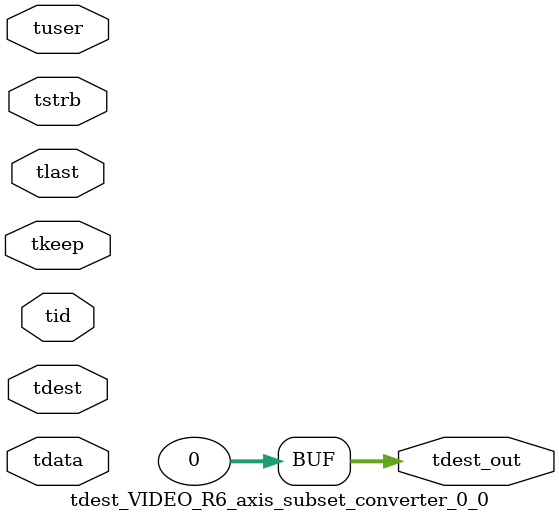
<source format=v>


`timescale 1ps/1ps

module tdest_VIDEO_R6_axis_subset_converter_0_0 #
(
parameter C_S_AXIS_TDATA_WIDTH = 32,
parameter C_S_AXIS_TUSER_WIDTH = 0,
parameter C_S_AXIS_TID_WIDTH   = 0,
parameter C_S_AXIS_TDEST_WIDTH = 0,
parameter C_M_AXIS_TDEST_WIDTH = 32
)
(
input  [(C_S_AXIS_TDATA_WIDTH == 0 ? 1 : C_S_AXIS_TDATA_WIDTH)-1:0     ] tdata,
input  [(C_S_AXIS_TUSER_WIDTH == 0 ? 1 : C_S_AXIS_TUSER_WIDTH)-1:0     ] tuser,
input  [(C_S_AXIS_TID_WIDTH   == 0 ? 1 : C_S_AXIS_TID_WIDTH)-1:0       ] tid,
input  [(C_S_AXIS_TDEST_WIDTH == 0 ? 1 : C_S_AXIS_TDEST_WIDTH)-1:0     ] tdest,
input  [(C_S_AXIS_TDATA_WIDTH/8)-1:0 ] tkeep,
input  [(C_S_AXIS_TDATA_WIDTH/8)-1:0 ] tstrb,
input                                                                    tlast,
output [C_M_AXIS_TDEST_WIDTH-1:0] tdest_out
);

assign tdest_out = {1'b0};

endmodule


</source>
